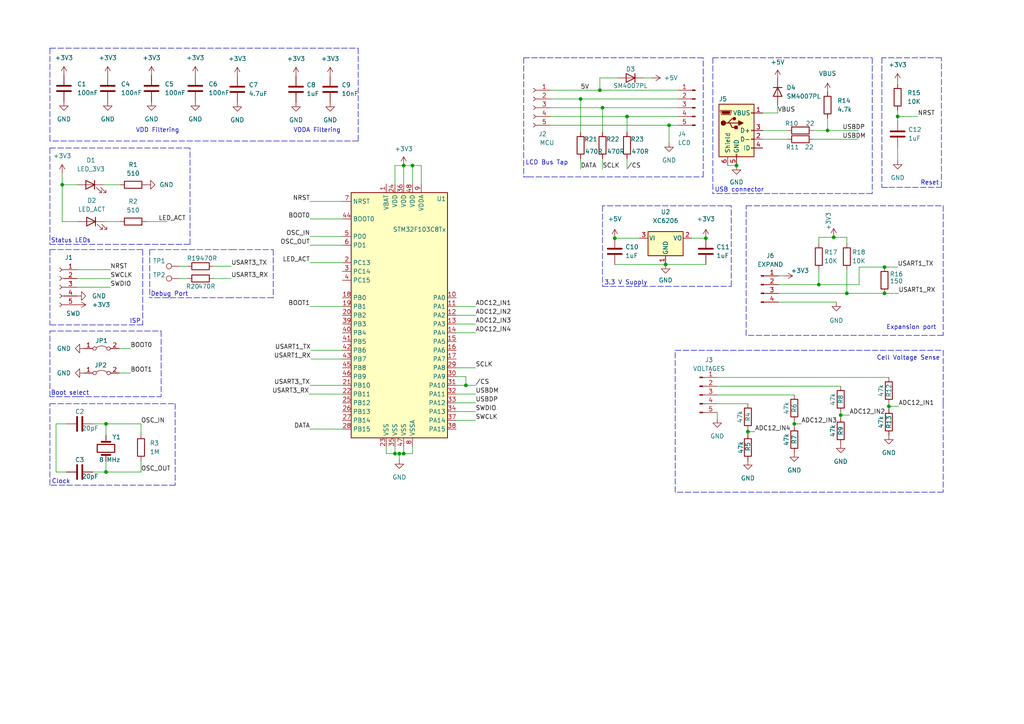
<source format=kicad_sch>
(kicad_sch (version 20210621) (generator eeschema)
  (paper "A4")
  (title_block (title "LII-500 Charger Sidekick ") (date "2021-07-26") (rev "3") (company "FSCK.PL") (comment 1 "SDKK-LII-500"))
  (junction (at 18.034 53.594) (diameter 0.9144))
  (junction (at 30.734 122.936) (diameter 0.9144))
  (junction (at 30.734 136.906) (diameter 0.9144))
  (junction (at 114.554 131.572) (diameter 0.9144))
  (junction (at 115.824 131.572) (diameter 0.9144))
  (junction (at 117.094 48.006) (diameter 0.9144))
  (junction (at 117.094 131.572) (diameter 0.9144))
  (junction (at 119.634 48.006) (diameter 0.9144))
  (junction (at 135.128 111.76) (diameter 0.9144))
  (junction (at 168.402 28.702) (diameter 0.9144))
  (junction (at 173.99 26.162) (diameter 0.9144))
  (junction (at 174.752 31.242) (diameter 0.9144))
  (junction (at 178.308 69.088) (diameter 0.9144))
  (junction (at 181.864 33.782) (diameter 0.9144))
  (junction (at 193.04 76.708) (diameter 0.9144))
  (junction (at 194.056 36.322) (diameter 0.9144))
  (junction (at 204.724 69.088) (diameter 0.9144))
  (junction (at 213.614 48.006) (diameter 0.9144))
  (junction (at 216.916 125.222) (diameter 0.9144))
  (junction (at 230.378 122.936) (diameter 0.9144))
  (junction (at 237.49 82.55) (diameter 0.9144))
  (junction (at 240.03 37.846) (diameter 0.9144))
  (junction (at 241.808 68.834) (diameter 0.9144))
  (junction (at 243.84 120.396) (diameter 0.9144))
  (junction (at 245.618 85.09) (diameter 0.9144))
  (junction (at 256.54 77.47) (diameter 0.9144))
  (junction (at 256.54 85.09) (diameter 0.9144))
  (junction (at 257.81 117.856) (diameter 0.9144))
  (junction (at 260.35 33.782) (diameter 0.9144))
  (wire (pts (xy 16.256 122.936) (xy 16.256 136.906)))
  (wire (pts (xy 16.256 122.936) (xy 19.304 122.936)))
  (wire (pts (xy 16.256 136.906) (xy 19.304 136.906)))
  (wire (pts (xy 18.034 53.594) (xy 18.034 50.292)))
  (wire (pts (xy 18.034 64.262) (xy 18.034 53.594)))
  (wire (pts (xy 22.352 53.594) (xy 18.034 53.594)))
  (wire (pts (xy 22.352 78.232) (xy 32.004 78.232)))
  (wire (pts (xy 22.352 80.772) (xy 32.004 80.772)))
  (wire (pts (xy 22.352 83.312) (xy 32.004 83.312)))
  (wire (pts (xy 22.606 64.262) (xy 18.034 64.262)))
  (wire (pts (xy 26.924 122.936) (xy 30.734 122.936)))
  (wire (pts (xy 26.924 136.906) (xy 30.734 136.906)))
  (wire (pts (xy 29.972 53.594) (xy 34.798 53.594)))
  (wire (pts (xy 30.226 64.262) (xy 34.798 64.262)))
  (wire (pts (xy 30.734 122.936) (xy 40.894 122.936)))
  (wire (pts (xy 30.734 126.238) (xy 30.734 122.936)))
  (wire (pts (xy 30.734 136.906) (xy 30.734 133.858)))
  (wire (pts (xy 30.734 136.906) (xy 40.894 136.906)))
  (wire (pts (xy 34.544 101.092) (xy 37.846 101.092)))
  (wire (pts (xy 34.544 108.204) (xy 37.846 108.204)))
  (wire (pts (xy 40.894 122.936) (xy 40.894 125.984)))
  (wire (pts (xy 40.894 136.906) (xy 40.894 133.604)))
  (wire (pts (xy 42.418 64.262) (xy 48.514 64.262)))
  (wire (pts (xy 52.324 77.216) (xy 54.356 77.216)))
  (wire (pts (xy 52.324 80.772) (xy 54.356 80.772)))
  (wire (pts (xy 61.976 77.216) (xy 67.056 77.216)))
  (wire (pts (xy 61.976 80.772) (xy 67.056 80.772)))
  (wire (pts (xy 89.662 114.3) (xy 99.314 114.3)))
  (wire (pts (xy 89.916 58.42) (xy 99.314 58.42)))
  (wire (pts (xy 89.916 63.5) (xy 99.314 63.5)))
  (wire (pts (xy 89.916 68.58) (xy 99.314 68.58)))
  (wire (pts (xy 89.916 71.12) (xy 99.314 71.12)))
  (wire (pts (xy 89.916 76.2) (xy 99.314 76.2)))
  (wire (pts (xy 89.916 88.9) (xy 99.314 88.9)))
  (wire (pts (xy 89.916 111.76) (xy 99.314 111.76)))
  (wire (pts (xy 89.916 124.46) (xy 99.314 124.46)))
  (wire (pts (xy 90.17 101.6) (xy 99.314 101.6)))
  (wire (pts (xy 90.17 104.14) (xy 99.314 104.14)))
  (wire (pts (xy 112.014 129.54) (xy 112.014 131.572)))
  (wire (pts (xy 112.014 131.572) (xy 114.554 131.572)))
  (wire (pts (xy 114.554 48.006) (xy 117.094 48.006)))
  (wire (pts (xy 114.554 53.34) (xy 114.554 48.006)))
  (wire (pts (xy 114.554 129.54) (xy 114.554 131.572)))
  (wire (pts (xy 114.554 131.572) (xy 115.824 131.572)))
  (wire (pts (xy 115.824 131.572) (xy 115.824 133.35)))
  (wire (pts (xy 117.094 48.006) (xy 117.094 53.34)))
  (wire (pts (xy 117.094 129.54) (xy 117.094 131.572)))
  (wire (pts (xy 117.094 131.572) (xy 115.824 131.572)))
  (wire (pts (xy 119.634 48.006) (xy 117.094 48.006)))
  (wire (pts (xy 119.634 53.34) (xy 119.634 48.006)))
  (wire (pts (xy 119.634 129.54) (xy 119.634 131.572)))
  (wire (pts (xy 119.634 131.572) (xy 117.094 131.572)))
  (wire (pts (xy 122.174 48.006) (xy 119.634 48.006)))
  (wire (pts (xy 122.174 53.34) (xy 122.174 48.006)))
  (wire (pts (xy 132.334 88.9) (xy 137.922 88.9)))
  (wire (pts (xy 132.334 91.44) (xy 137.922 91.44)))
  (wire (pts (xy 132.334 93.98) (xy 137.922 93.98)))
  (wire (pts (xy 132.334 96.52) (xy 137.922 96.52)))
  (wire (pts (xy 132.334 106.68) (xy 137.922 106.68)))
  (wire (pts (xy 132.334 109.22) (xy 135.128 109.22)))
  (wire (pts (xy 132.334 111.76) (xy 135.128 111.76)))
  (wire (pts (xy 132.334 114.3) (xy 137.922 114.3)))
  (wire (pts (xy 132.334 116.84) (xy 137.922 116.84)))
  (wire (pts (xy 132.334 119.38) (xy 137.922 119.38)))
  (wire (pts (xy 132.334 121.92) (xy 137.922 121.92)))
  (wire (pts (xy 135.128 109.22) (xy 135.128 111.76)))
  (wire (pts (xy 135.128 111.76) (xy 137.922 111.76)))
  (wire (pts (xy 159.766 26.162) (xy 173.99 26.162)))
  (wire (pts (xy 159.766 28.702) (xy 168.402 28.702)))
  (wire (pts (xy 159.766 31.242) (xy 174.752 31.242)))
  (wire (pts (xy 159.766 33.782) (xy 181.864 33.782)))
  (wire (pts (xy 159.766 36.322) (xy 194.056 36.322)))
  (wire (pts (xy 168.402 28.702) (xy 168.402 38.354)))
  (wire (pts (xy 168.402 28.702) (xy 196.596 28.702)))
  (wire (pts (xy 168.402 45.974) (xy 168.402 49.022)))
  (wire (pts (xy 173.99 22.606) (xy 173.99 26.162)))
  (wire (pts (xy 173.99 26.162) (xy 196.596 26.162)))
  (wire (pts (xy 174.752 31.242) (xy 174.752 38.354)))
  (wire (pts (xy 174.752 31.242) (xy 196.596 31.242)))
  (wire (pts (xy 174.752 45.974) (xy 174.752 49.022)))
  (wire (pts (xy 178.308 69.088) (xy 185.42 69.088)))
  (wire (pts (xy 178.308 76.708) (xy 193.04 76.708)))
  (wire (pts (xy 179.07 22.606) (xy 173.99 22.606)))
  (wire (pts (xy 181.864 33.782) (xy 181.864 38.354)))
  (wire (pts (xy 181.864 33.782) (xy 196.596 33.782)))
  (wire (pts (xy 181.864 45.974) (xy 181.864 49.022)))
  (wire (pts (xy 186.69 22.606) (xy 188.976 22.606)))
  (wire (pts (xy 193.04 76.708) (xy 204.724 76.708)))
  (wire (pts (xy 194.056 36.322) (xy 194.056 41.402)))
  (wire (pts (xy 194.056 36.322) (xy 196.596 36.322)))
  (wire (pts (xy 200.66 69.088) (xy 204.724 69.088)))
  (wire (pts (xy 208.026 109.474) (xy 257.81 109.474)))
  (wire (pts (xy 208.026 112.014) (xy 243.84 112.014)))
  (wire (pts (xy 208.026 114.554) (xy 230.378 114.554)))
  (wire (pts (xy 208.026 117.094) (xy 216.916 117.094)))
  (wire (pts (xy 208.026 121.412) (xy 208.026 119.634)))
  (wire (pts (xy 211.074 48.006) (xy 213.614 48.006)))
  (wire (pts (xy 216.916 124.714) (xy 216.916 125.222)))
  (wire (pts (xy 216.916 125.222) (xy 216.916 125.984)))
  (wire (pts (xy 216.916 125.222) (xy 218.948 125.222)))
  (wire (pts (xy 221.234 32.766) (xy 225.552 32.766)))
  (wire (pts (xy 221.234 37.846) (xy 228.346 37.846)))
  (wire (pts (xy 221.234 40.386) (xy 228.346 40.386)))
  (wire (pts (xy 225.552 32.766) (xy 225.552 30.48)))
  (wire (pts (xy 225.806 80.01) (xy 227.33 80.01)))
  (wire (pts (xy 225.806 85.09) (xy 245.618 85.09)))
  (wire (pts (xy 225.806 87.63) (xy 242.57 87.63)))
  (wire (pts (xy 230.378 122.174) (xy 230.378 122.936)))
  (wire (pts (xy 230.378 122.936) (xy 230.378 123.698)))
  (wire (pts (xy 230.378 122.936) (xy 232.41 122.936)))
  (wire (pts (xy 235.966 37.846) (xy 240.03 37.846)))
  (wire (pts (xy 235.966 40.386) (xy 248.92 40.386)))
  (wire (pts (xy 237.49 68.834) (xy 241.808 68.834)))
  (wire (pts (xy 237.49 70.612) (xy 237.49 68.834)))
  (wire (pts (xy 237.49 78.232) (xy 237.49 82.55)))
  (wire (pts (xy 237.49 82.55) (xy 225.806 82.55)))
  (wire (pts (xy 240.03 34.29) (xy 240.03 37.846)))
  (wire (pts (xy 240.03 37.846) (xy 248.92 37.846)))
  (wire (pts (xy 241.808 68.834) (xy 245.618 68.834)))
  (wire (pts (xy 243.84 119.634) (xy 243.84 120.396)))
  (wire (pts (xy 243.84 120.396) (xy 243.84 121.158)))
  (wire (pts (xy 243.84 120.396) (xy 246.38 120.396)))
  (wire (pts (xy 245.618 68.834) (xy 245.618 70.612)))
  (wire (pts (xy 245.618 78.232) (xy 245.618 85.09)))
  (wire (pts (xy 245.618 85.09) (xy 256.54 85.09)))
  (wire (pts (xy 249.174 77.47) (xy 249.174 82.55)))
  (wire (pts (xy 249.174 82.55) (xy 237.49 82.55)))
  (wire (pts (xy 256.54 77.47) (xy 249.174 77.47)))
  (wire (pts (xy 256.54 77.47) (xy 260.35 77.47)))
  (wire (pts (xy 256.54 85.09) (xy 260.604 85.09)))
  (wire (pts (xy 257.81 117.094) (xy 257.81 117.856)))
  (wire (pts (xy 257.81 117.856) (xy 257.81 118.618)))
  (wire (pts (xy 257.81 117.856) (xy 260.604 117.856)))
  (wire (pts (xy 260.35 24.384) (xy 260.35 23.876)))
  (wire (pts (xy 260.35 32.004) (xy 260.35 33.782)))
  (wire (pts (xy 260.35 33.782) (xy 260.35 35.052)))
  (wire (pts (xy 260.35 33.782) (xy 266.192 33.782)))
  (wire (pts (xy 260.35 42.672) (xy 260.35 46.482)))
  (polyline (pts (xy 14.478 13.97) (xy 14.478 40.894)) (stroke (width 0) (type dash)))
  (polyline (pts (xy 14.478 13.97) (xy 103.886 13.97)) (stroke (width 0) (type dash)))
  (polyline (pts (xy 14.478 42.926) (xy 14.478 70.866)) (stroke (width 0) (type dash)))
  (polyline (pts (xy 14.478 42.926) (xy 55.118 42.926)) (stroke (width 0) (type dash)))
  (polyline (pts (xy 14.478 70.866) (xy 55.118 70.866)) (stroke (width 0) (type dash)))
  (polyline (pts (xy 14.478 72.39) (xy 14.478 94.234)) (stroke (width 0) (type dash)))
  (polyline (pts (xy 14.478 72.39) (xy 41.402 72.39)) (stroke (width 0) (type dash)))
  (polyline (pts (xy 14.478 96.012) (xy 46.736 96.012)) (stroke (width 0) (type dash)))
  (polyline (pts (xy 14.478 115.062) (xy 14.478 96.012)) (stroke (width 0) (type dash)))
  (polyline (pts (xy 14.478 117.094) (xy 50.8 117.094)) (stroke (width 0) (type dash)))
  (polyline (pts (xy 14.478 140.716) (xy 14.478 117.094)) (stroke (width 0) (type dash)))
  (polyline (pts (xy 22.606 115.062) (xy 14.478 115.062)) (stroke (width 0) (type dash)))
  (polyline (pts (xy 22.606 115.062) (xy 46.736 115.062)) (stroke (width 0) (type dash)))
  (polyline (pts (xy 41.402 72.39) (xy 41.402 94.234)) (stroke (width 0) (type dash)))
  (polyline (pts (xy 41.402 94.234) (xy 14.478 94.234)) (stroke (width 0) (type dash)))
  (polyline (pts (xy 43.434 72.39) (xy 43.434 86.36)) (stroke (width 0) (type dash)))
  (polyline (pts (xy 43.434 72.39) (xy 67.056 72.39)) (stroke (width 0) (type dash)))
  (polyline (pts (xy 46.736 96.012) (xy 46.736 115.062)) (stroke (width 0) (type dash)))
  (polyline (pts (xy 50.8 117.094) (xy 50.8 140.716)) (stroke (width 0) (type dash)))
  (polyline (pts (xy 50.8 140.716) (xy 14.478 140.716)) (stroke (width 0) (type dash)))
  (polyline (pts (xy 55.118 70.866) (xy 55.118 42.926)) (stroke (width 0) (type dash)))
  (polyline (pts (xy 67.056 72.39) (xy 79.248 72.39)) (stroke (width 0) (type dash)))
  (polyline (pts (xy 67.056 86.36) (xy 43.434 86.36)) (stroke (width 0) (type dash)))
  (polyline (pts (xy 79.248 72.39) (xy 79.248 86.36)) (stroke (width 0) (type dash)))
  (polyline (pts (xy 79.248 86.36) (xy 67.056 86.36)) (stroke (width 0) (type dash)))
  (polyline (pts (xy 103.886 13.97) (xy 103.886 40.894)) (stroke (width 0) (type dash)))
  (polyline (pts (xy 103.886 40.894) (xy 14.478 40.894)) (stroke (width 0) (type dash)))
  (polyline (pts (xy 151.892 16.764) (xy 151.892 51.308)) (stroke (width 0) (type dash)))
  (polyline (pts (xy 151.892 16.764) (xy 162.56 16.764)) (stroke (width 0) (type dash)))
  (polyline (pts (xy 151.892 51.308) (xy 153.162 51.308)) (stroke (width 0) (type dash)))
  (polyline (pts (xy 153.162 51.308) (xy 203.962 51.308)) (stroke (width 0) (type dash)))
  (polyline (pts (xy 174.752 59.69) (xy 174.752 83.058)) (stroke (width 0) (type dash)))
  (polyline (pts (xy 174.752 83.058) (xy 193.04 83.058)) (stroke (width 0) (type dash)))
  (polyline (pts (xy 193.04 83.058) (xy 212.09 83.058)) (stroke (width 0) (type dash)))
  (polyline (pts (xy 195.834 101.6) (xy 273.558 101.6)) (stroke (width 0) (type dash)))
  (polyline (pts (xy 195.834 142.748) (xy 195.834 101.6)) (stroke (width 0) (type dash)))
  (polyline (pts (xy 203.962 16.764) (xy 162.306 16.764)) (stroke (width 0) (type dash)))
  (polyline (pts (xy 203.962 51.308) (xy 203.962 16.764)) (stroke (width 0) (type dash)))
  (polyline (pts (xy 206.756 16.764) (xy 206.756 56.134)) (stroke (width 0) (type dash)))
  (polyline (pts (xy 206.756 16.764) (xy 252.984 16.764)) (stroke (width 0) (type dash)))
  (polyline (pts (xy 212.09 59.69) (xy 174.752 59.69)) (stroke (width 0) (type dash)))
  (polyline (pts (xy 212.09 83.058) (xy 212.09 59.69)) (stroke (width 0) (type dash)))
  (polyline (pts (xy 216.408 59.69) (xy 273.558 59.69)) (stroke (width 0) (type dash)))
  (polyline (pts (xy 216.408 97.282) (xy 216.408 59.69)) (stroke (width 0) (type dash)))
  (polyline (pts (xy 252.984 16.764) (xy 252.984 56.134)) (stroke (width 0) (type dash)))
  (polyline (pts (xy 252.984 56.134) (xy 206.756 56.134)) (stroke (width 0) (type dash)))
  (polyline (pts (xy 255.778 16.764) (xy 255.778 54.356)) (stroke (width 0) (type dash)))
  (polyline (pts (xy 255.778 54.356) (xy 257.81 54.356)) (stroke (width 0) (type dash)))
  (polyline (pts (xy 257.81 54.356) (xy 273.05 54.356)) (stroke (width 0) (type dash)))
  (polyline (pts (xy 273.05 16.764) (xy 255.778 16.764)) (stroke (width 0) (type dash)))
  (polyline (pts (xy 273.05 54.356) (xy 273.05 16.764)) (stroke (width 0) (type dash)))
  (polyline (pts (xy 273.558 59.69) (xy 273.558 97.282)) (stroke (width 0) (type dash)))
  (polyline (pts (xy 273.558 97.282) (xy 216.408 97.282)) (stroke (width 0) (type dash)))
  (polyline (pts (xy 273.558 101.6) (xy 273.558 116.84)) (stroke (width 0) (type dash)))
  (polyline (pts (xy 273.558 116.84) (xy 273.558 142.748)) (stroke (width 0) (type dash)))
  (polyline (pts (xy 273.558 142.748) (xy 195.834 142.748)) (stroke (width 0) (type dash)))
  (text "Status LEDs" (at 14.732 70.612 0) (effects (font (size 1.27 1.27)) (justify left bottom)))
  (text "Boot select" (at 14.732 114.808 0) (effects (font (size 1.27 1.27)) (justify left bottom)))
  (text "Clock" (at 14.986 140.462 0) (effects (font (size 1.27 1.27)) (justify left bottom)))
  (text "ISP" (at 37.592 93.98 0) (effects (font (size 1.27 1.27)) (justify left bottom)))
  (text "VDD Filtering" (at 39.37 38.608 0) (effects (font (size 1.27 1.27)) (justify left bottom)))
  (text "Debug Port" (at 43.688 86.106 0) (effects (font (size 1.27 1.27)) (justify left bottom)))
  (text "VDDA Filtering" (at 85.09 38.608 0) (effects (font (size 1.27 1.27)) (justify left bottom)))
  (text "LCD Bus Tap" (at 152.4 48.006 0) (effects (font (size 1.27 1.27)) (justify left bottom)))
  (text "3.3 V Supply" (at 175.26 82.804 0) (effects (font (size 1.27 1.27)) (justify left bottom)))
  (text "USB connector" (at 207.264 55.88 0) (effects (font (size 1.27 1.27)) (justify left bottom)))
  (text "Cell Voltage Sense" (at 254.254 104.648 0) (effects (font (size 1.27 1.27)) (justify left bottom)))
  (text "Expansion port" (at 257.048 95.758 0) (effects (font (size 1.27 1.27)) (justify left bottom)))
  (text "Reset" (at 266.954 53.848 0) (effects (font (size 1.27 1.27)) (justify left bottom)))
  (label "NRST" (at 32.004 78.232 0))
  (label "SWCLK" (at 32.004 80.772 0))
  (label "SWDIO" (at 32.004 83.312 0))
  (label "BOOT0" (at 37.846 101.092 0))
  (label "BOOT1" (at 37.846 108.204 0))
  (label "OSC_IN" (at 40.894 122.936 0))
  (label "OSC_OUT" (at 40.894 136.906 0))
  (label "LED_ACT" (at 45.974 64.262 0))
  (label "USART3_TX" (at 67.056 77.216 0))
  (label "USART3_RX" (at 67.056 80.772 0))
  (label "USART3_RX" (at 89.662 114.3 180))
  (label "NRST" (at 89.916 58.42 180))
  (label "BOOT0" (at 89.916 63.5 180))
  (label "OSC_IN" (at 89.916 68.58 180))
  (label "OSC_OUT" (at 89.916 71.12 180))
  (label "LED_ACT" (at 89.916 76.2 180))
  (label "BOOT1" (at 89.916 88.9 180))
  (label "USART3_TX" (at 89.916 111.76 180))
  (label "DATA" (at 89.916 124.46 180))
  (label "USART1_TX" (at 90.17 101.6 180))
  (label "USART1_RX" (at 90.17 104.14 180))
  (label "ADC12_IN1" (at 137.922 88.9 0))
  (label "ADC12_IN2" (at 137.922 91.44 0))
  (label "ADC12_IN3" (at 137.922 93.98 0))
  (label "ADC12_IN4" (at 137.922 96.52 0))
  (label "SCLK" (at 137.922 106.68 0))
  (label "{slash}CS" (at 137.922 111.76 0))
  (label "USBDM" (at 137.922 114.3 0))
  (label "USBDP" (at 137.922 116.84 0))
  (label "SWDIO" (at 137.922 119.38 0))
  (label "SWCLK" (at 137.922 121.92 0))
  (label "5V" (at 168.402 26.162 0))
  (label "DATA" (at 168.402 49.022 0))
  (label "SCLK" (at 174.752 49.022 0))
  (label "{slash}CS" (at 181.864 49.022 0))
  (label "ADC12_IN4" (at 218.948 125.222 0))
  (label "VBUS" (at 225.552 32.766 0))
  (label "ADC12_IN3" (at 232.41 122.936 0))
  (label "USBDP" (at 244.348 37.846 0))
  (label "USBDM" (at 244.348 40.386 0))
  (label "ADC12_IN2" (at 246.38 120.396 0))
  (label "USART1_TX" (at 260.35 77.47 0))
  (label "USART1_RX" (at 260.604 85.09 0))
  (label "ADC12_IN1" (at 260.604 117.856 0))
  (label "NRST" (at 266.192 33.782 0))
  (symbol (lib_id "power:+3V3") (at 18.034 50.292 0) (unit 1)
    (property "Reference" "#PWR01" (effects hide))
    (property "Value" "+3V3" (at 18.034 45.212 0))
  )
  (symbol (lib_id "power:+3V3") (at 18.542 21.844 0) (unit 1)
    (property "Reference" "#PWR02" (effects hide))
    (property "Value" "+3V3" (at 18.542 16.764 0))
  )
  (symbol (lib_id "power:+3V3") (at 22.352 88.392 270) (unit 1)
    (property "Reference" "#PWR05" (effects hide))
    (property "Value" "+3V3" (at 26.67 88.3919 90) (effects (justify left)))
  )
  (symbol (lib_id "power:+3V3") (at 31.242 21.844 0) (unit 1)
    (property "Reference" "#PWR08" (effects hide))
    (property "Value" "+3V3" (at 31.242 16.764 0))
  )
  (symbol (lib_id "power:+3V3") (at 43.942 21.844 0) (unit 1)
    (property "Reference" "#PWR011" (effects hide))
    (property "Value" "+3V3" (at 43.942 16.764 0))
  )
  (symbol (lib_id "power:+3V3") (at 56.642 21.844 0) (unit 1)
    (property "Reference" "#PWR013" (effects hide))
    (property "Value" "+3V3" (at 56.642 16.764 0))
  )
  (symbol (lib_id "power:+3V3") (at 68.834 22.098 0) (unit 1)
    (property "Reference" "#PWR015" (effects hide))
    (property "Value" "+3V3" (at 68.834 17.018 0))
  )
  (symbol (lib_id "power:+3V3") (at 85.852 22.098 0) (unit 1)
    (property "Reference" "#PWR017" (effects hide))
    (property "Value" "+3V3" (at 85.852 17.018 0))
  )
  (symbol (lib_id "power:+3V3") (at 95.758 22.098 0) (unit 1)
    (property "Reference" "#PWR019" (effects hide))
    (property "Value" "+3V3" (at 95.758 17.018 0))
  )
  (symbol (lib_id "power:+3V3") (at 117.094 48.006 0) (unit 1)
    (property "Reference" "#PWR022" (effects hide))
    (property "Value" "+3V3" (at 117.094 43.18 0))
  )
  (symbol (lib_id "power:+5V") (at 178.308 69.088 0) (unit 1)
    (property "Reference" "#PWR025" (effects hide))
    (property "Value" "+5V" (at 178.308 63.5 0))
  )
  (symbol (lib_id "power:+5V") (at 188.976 22.606 270) (unit 1)
    (property "Reference" "#PWR029" (effects hide))
    (property "Value" "+5V" (at 192.532 22.6059 90) (effects (justify left)))
  )
  (symbol (lib_id "power:+3V3") (at 204.724 69.088 0) (unit 1)
    (property "Reference" "#PWR031" (effects hide))
    (property "Value" "+3V3" (at 204.724 63.5 0))
  )
  (symbol (lib_id "power:+5V") (at 225.552 22.86 0) (unit 1)
    (property "Reference" "#PWR039" (effects hide))
    (property "Value" "+5V" (at 225.552 18.034 0))
  )
  (symbol (lib_id "power:+3V3") (at 227.33 80.01 270) (unit 1)
    (property "Reference" "#PWR034" (effects hide))
    (property "Value" "+3V3" (at 229.362 78.4859 90) (effects (justify left)))
  )
  (symbol (lib_id "power:VBUS") (at 240.03 26.67 0) (unit 1)
    (property "Reference" "#PWR033" (effects hide))
    (property "Value" "VBUS" (at 240.03 21.336 0))
  )
  (symbol (lib_id "power:+3V3") (at 241.808 68.834 0) (unit 1)
    (property "Reference" "#PWR038" (effects hide))
    (property "Value" "+3V3" (at 240.2839 66.802 90) (effects (justify left)))
  )
  (symbol (lib_id "power:+3V3") (at 260.35 23.876 0) (unit 1)
    (property "Reference" "#PWR036" (effects hide))
    (property "Value" "+3V3" (at 260.35 18.796 0))
  )
  (symbol (lib_id "Connector:TestPoint") (at 52.324 77.216 90) (unit 1)
    (property "Reference" "TP1" (at 46.1645 75.692 90))
    (property "Value" "TestPoint" (effects hide))
    (property "Footprint" "TestPoint:TestPoint_THTPad_D1.5mm_Drill0.7mm" (effects hide))
  )
  (symbol (lib_id "Connector:TestPoint") (at 52.324 80.772 90) (unit 1)
    (property "Reference" "TP2" (at 46.1645 79.756 90))
    (property "Value" "TestPoint" (effects hide))
    (property "Footprint" "TestPoint:TestPoint_THTPad_D1.5mm_Drill0.7mm" (effects hide))
  )
  (symbol (lib_id "power:GND") (at 18.542 29.464 0) (unit 1)
    (property "Reference" "#PWR03" (effects hide))
    (property "Value" "GND" (at 18.542 34.544 0))
  )
  (symbol (lib_id "power:GND") (at 22.352 85.852 90) (unit 1)
    (property "Reference" "#PWR04" (effects hide))
    (property "Value" "GND" (at 26.67 85.8519 90) (effects (justify right)))
  )
  (symbol (lib_id "power:GND") (at 24.384 101.092 270) (unit 1)
    (property "Reference" "#PWR06" (effects hide))
    (property "Value" "GND" (at 20.574 101.0919 90) (effects (justify right)))
  )
  (symbol (lib_id "power:GND") (at 24.384 108.204 270) (unit 1)
    (property "Reference" "#PWR07" (effects hide))
    (property "Value" "GND" (at 20.574 108.2039 90) (effects (justify right)))
  )
  (symbol (lib_id "power:GND") (at 31.242 29.464 0) (unit 1)
    (property "Reference" "#PWR09" (effects hide))
    (property "Value" "GND" (at 31.242 34.544 0))
  )
  (symbol (lib_id "power:GND") (at 42.418 53.594 90) (unit 1)
    (property "Reference" "#PWR010" (effects hide))
    (property "Value" "GND" (at 46.228 53.5939 90) (effects (justify right)))
  )
  (symbol (lib_id "power:GND") (at 43.942 29.464 0) (unit 1)
    (property "Reference" "#PWR012" (effects hide))
    (property "Value" "GND" (at 43.942 34.544 0))
  )
  (symbol (lib_id "power:GND") (at 56.642 29.464 0) (unit 1)
    (property "Reference" "#PWR014" (effects hide))
    (property "Value" "GND" (at 56.642 34.544 0))
  )
  (symbol (lib_id "power:GND") (at 68.834 29.718 0) (unit 1)
    (property "Reference" "#PWR016" (effects hide))
    (property "Value" "GND" (at 68.834 34.798 0))
  )
  (symbol (lib_id "power:GND") (at 85.852 29.718 0) (unit 1)
    (property "Reference" "#PWR018" (effects hide))
    (property "Value" "GND" (at 85.852 34.798 0))
  )
  (symbol (lib_id "power:GND") (at 95.758 29.718 0) (unit 1)
    (property "Reference" "#PWR020" (effects hide))
    (property "Value" "GND" (at 95.758 34.798 0))
  )
  (symbol (lib_id "power:GND") (at 115.824 133.35 0) (unit 1)
    (property "Reference" "#PWR021" (effects hide))
    (property "Value" "GND" (at 115.824 138.43 0))
  )
  (symbol (lib_id "power:GND") (at 193.04 76.708 0) (unit 1)
    (property "Reference" "#PWR027" (effects hide))
    (property "Value" "GND" (at 193.04 81.28 0))
  )
  (symbol (lib_id "power:GND") (at 194.056 41.402 0) (unit 1)
    (property "Reference" "#PWR024" (effects hide))
    (property "Value" "GND" (at 194.056 46.482 0))
  )
  (symbol (lib_id "power:GND") (at 208.026 121.412 0) (unit 1)
    (property "Reference" "#PWR0101" (effects hide))
    (property "Value" "GND" (at 208.026 126.492 0))
  )
  (symbol (lib_id "power:GND") (at 213.614 48.006 0) (unit 1)
    (property "Reference" "#PWR030" (effects hide))
    (property "Value" "GND" (at 213.614 52.832 0))
  )
  (symbol (lib_id "power:GND") (at 216.916 133.604 0) (unit 1)
    (property "Reference" "#PWR023" (effects hide))
    (property "Value" "GND" (at 216.916 138.684 0))
  )
  (symbol (lib_id "power:GND") (at 230.378 131.318 0) (unit 1)
    (property "Reference" "#PWR026" (effects hide))
    (property "Value" "GND" (at 230.378 136.398 0))
  )
  (symbol (lib_id "power:GND") (at 242.57 87.63 0) (unit 1)
    (property "Reference" "#PWR035" (effects hide))
    (property "Value" "GND" (at 242.57 92.964 0))
  )
  (symbol (lib_id "power:GND") (at 243.84 128.778 0) (unit 1)
    (property "Reference" "#PWR028" (effects hide))
    (property "Value" "GND" (at 243.84 133.858 0))
  )
  (symbol (lib_id "power:GND") (at 257.81 126.238 0) (unit 1)
    (property "Reference" "#PWR032" (effects hide))
    (property "Value" "GND" (at 257.81 131.318 0))
  )
  (symbol (lib_id "power:GND") (at 260.35 46.482 0) (unit 1)
    (property "Reference" "#PWR037" (effects hide))
    (property "Value" "GND" (at 260.35 51.562 0))
  )
  (symbol (lib_id "Jumper:Jumper_2_Bridged") (at 29.464 101.092 0) (unit 1)
    (property "Reference" "JP1" (at 29.464 98.806 0))
    (property "Value" "Jumper_2_Bridged" (effects hide))
    (property "Footprint" "Jumper:SolderJumper-2_P1.3mm_Bridged_Pad1.0x1.5mm" (effects hide))
  )
  (symbol (lib_id "Jumper:Jumper_2_Bridged") (at 29.464 108.204 0) (unit 1)
    (property "Reference" "JP2" (at 29.21 105.918 0))
    (property "Value" "Jumper_2_Bridged" (effects hide))
    (property "Footprint" "Jumper:SolderJumper-2_P1.3mm_Bridged_Pad1.0x1.5mm" (effects hide))
  )
  (symbol (lib_id "Device:R") (at 38.608 53.594 90) (unit 1)
    (property "Reference" "R1" (at 38.608 47.752 90))
    (property "Value" "510" (at 38.608 50.292 90))
    (property "Footprint" "Resistor_SMD:R_0402_1005Metric" (effects hide))
    (property "Manufacturer" "UNI-ROYAL(Uniroyal Elec)" (effects hide))
    (property "MFR.Part #" "0402WGF5100TCE" (effects hide))
    (property "JLCPCB Part #" "C25123" (effects hide))
    (property "Description" "510Ω ±1% 1/16W ±100ppm/℃ 0402 Chip Resistor - Surface Mount RoHS" (effects hide))
  )
  (symbol (lib_id "Device:R") (at 38.608 64.262 90) (unit 1)
    (property "Reference" "R2" (at 38.608 58.42 90))
    (property "Value" "510" (at 38.608 60.96 90))
    (property "Footprint" "Resistor_SMD:R_0402_1005Metric" (effects hide))
    (property "Manufacturer" "UNI-ROYAL(Uniroyal Elec)" (effects hide))
    (property "MFR.Part #" "0402WGF5100TCE" (effects hide))
    (property "JLCPCB Part #" "C25123" (effects hide))
    (property "Description" "510Ω ±1% 1/16W ±100ppm/℃ 0402 Chip Resistor - Surface Mount RoHS" (effects hide))
  )
  (symbol (lib_id "Device:R") (at 40.894 129.794 0) (unit 1)
    (property "Reference" "R3" (at 43.434 128.5239 0) (effects (justify left)))
    (property "Value" "1M" (at 43.434 131.0639 0) (effects (justify left)))
    (property "Footprint" "Resistor_SMD:R_0402_1005Metric" (effects hide))
    (property "Manufacturer" "UNI-ROYAL(Uniroyal Elec)" (effects hide))
    (property "MFR.Part #" "0402WGF1004TCE" (effects hide))
    (property "JLCPCB Part #" "C26083" (effects hide))
    (property "Description" "1MΩ ±1% 1/16W ±100ppm/℃ 0402 Chip Resistor - Surface Mount RoHS" (effects hide))
  )
  (symbol (lib_id "Device:R") (at 58.166 77.216 90) (unit 1)
    (property "Reference" "R19" (at 56.134 74.93 90))
    (property "Value" "470R" (at 60.452 74.93 90))
    (property "Footprint" "Resistor_SMD:R_0402_1005Metric" (effects hide))
    (property "Datasheet" "https://datasheet.lcsc.com/lcsc/1810170414_UNI-ROYAL-Uniroyal-Elec-0402WGF4700TCE_C25117.pdf" (effects hide))
    (property "Manufacturer" "UNI-ROYAL(Uniroyal Elec)" (effects hide))
    (property "MFR.Part #" "0402WGF4700TCE" (effects hide))
    (property "JLCPCB Part #" "C25117" (effects hide))
    (property "Description" "470Ω ±1% 1/16W ±100ppm/℃ 0402 Chip Resistor - Surface Mount ROHS" (effects hide))
  )
  (symbol (lib_id "Device:R") (at 58.166 80.772 90) (unit 1)
    (property "Reference" "R20" (at 55.88 83.058 90))
    (property "Value" "470R" (at 59.944 83.058 90))
    (property "Footprint" "Resistor_SMD:R_0402_1005Metric" (effects hide))
    (property "Datasheet" "https://datasheet.lcsc.com/lcsc/1810170414_UNI-ROYAL-Uniroyal-Elec-0402WGF4700TCE_C25117.pdf" (effects hide))
    (property "Manufacturer" "UNI-ROYAL(Uniroyal Elec)" (effects hide))
    (property "MFR.Part #" "0402WGF4700TCE" (effects hide))
    (property "JLCPCB Part #" "C25117" (effects hide))
    (property "Description" "470Ω ±1% 1/16W ±100ppm/℃ 0402 Chip Resistor - Surface Mount ROHS" (effects hide))
  )
  (symbol (lib_id "Device:R") (at 168.402 42.164 0) (unit 1)
    (property "Reference" "R21" (at 169.418 40.3859 0) (effects (justify left)))
    (property "Value" "470R" (at 169.672 43.9419 0) (effects (justify left)))
    (property "Footprint" "Resistor_SMD:R_0402_1005Metric" (effects hide))
    (property "Datasheet" "https://datasheet.lcsc.com/lcsc/1810170414_UNI-ROYAL-Uniroyal-Elec-0402WGF4700TCE_C25117.pdf" (effects hide))
    (property "Manufacturer" "UNI-ROYAL(Uniroyal Elec)" (effects hide))
    (property "MFR.Part #" "0402WGF4700TCE" (effects hide))
    (property "JLCPCB Part #" "C25117" (effects hide))
    (property "Description" "470Ω ±1% 1/16W ±100ppm/℃ 0402 Chip Resistor - Surface Mount ROHS" (effects hide))
  )
  (symbol (lib_id "Device:R") (at 174.752 42.164 0) (unit 1)
    (property "Reference" "R22" (at 175.768 40.3859 0) (effects (justify left)))
    (property "Value" "470R" (at 176.022 43.9419 0) (effects (justify left)))
    (property "Footprint" "Resistor_SMD:R_0402_1005Metric" (effects hide))
    (property "Datasheet" "https://datasheet.lcsc.com/lcsc/1810170414_UNI-ROYAL-Uniroyal-Elec-0402WGF4700TCE_C25117.pdf" (effects hide))
    (property "Manufacturer" "UNI-ROYAL(Uniroyal Elec)" (effects hide))
    (property "MFR.Part #" "0402WGF4700TCE" (effects hide))
    (property "JLCPCB Part #" "C25117" (effects hide))
    (property "Description" "470Ω ±1% 1/16W ±100ppm/℃ 0402 Chip Resistor - Surface Mount ROHS" (effects hide))
  )
  (symbol (lib_id "Device:R") (at 181.864 42.164 0) (unit 1)
    (property "Reference" "R23" (at 182.88 40.3859 0) (effects (justify left)))
    (property "Value" "470R" (at 183.134 43.9419 0) (effects (justify left)))
    (property "Footprint" "Resistor_SMD:R_0402_1005Metric" (effects hide))
    (property "Datasheet" "https://datasheet.lcsc.com/lcsc/1810170414_UNI-ROYAL-Uniroyal-Elec-0402WGF4700TCE_C25117.pdf" (effects hide))
    (property "Manufacturer" "UNI-ROYAL(Uniroyal Elec)" (effects hide))
    (property "MFR.Part #" "0402WGF4700TCE" (effects hide))
    (property "JLCPCB Part #" "C25117" (effects hide))
    (property "Description" "470Ω ±1% 1/16W ±100ppm/℃ 0402 Chip Resistor - Surface Mount ROHS" (effects hide))
  )
  (symbol (lib_id "Device:R") (at 216.916 120.904 0) (unit 1)
    (property "Reference" "R4" (at 216.916 120.904 90))
    (property "Value" "47k" (at 214.63 120.904 90))
    (property "Footprint" "Resistor_SMD:R_0402_1005Metric" (effects hide))
    (property "Manufacturer" "UNI-ROYAL(Uniroyal Elec)" (effects hide))
    (property "MFR.Part #" "0402WGF4702TCE" (effects hide))
    (property "JLCPCB Part #" "C25792" (effects hide))
    (property "Description" "47kΩ ±1% 1/16W ±100ppm/℃ 0402 Chip Resistor - Surface Mount RoHS" (effects hide))
  )
  (symbol (lib_id "Device:R") (at 216.916 129.794 0) (unit 1)
    (property "Reference" "R5" (at 216.916 129.54 90))
    (property "Value" "47k" (at 214.884 129.794 90))
    (property "Footprint" "Resistor_SMD:R_0402_1005Metric" (effects hide))
    (property "Manufacturer" "UNI-ROYAL(Uniroyal Elec)" (effects hide))
    (property "MFR.Part #" "0402WGF4702TCE" (effects hide))
    (property "JLCPCB Part #" "C25792" (effects hide))
    (property "Description" "47kΩ ±1% 1/16W ±100ppm/℃ 0402 Chip Resistor - Surface Mount RoHS" (effects hide))
  )
  (symbol (lib_id "Device:R") (at 230.378 118.364 0) (unit 1)
    (property "Reference" "R6" (at 230.378 118.364 90))
    (property "Value" "47k" (at 228.092 118.364 90))
    (property "Footprint" "Resistor_SMD:R_0402_1005Metric" (effects hide))
    (property "Manufacturer" "UNI-ROYAL(Uniroyal Elec)" (effects hide))
    (property "MFR.Part #" "0402WGF4702TCE" (effects hide))
    (property "JLCPCB Part #" "C25792" (effects hide))
    (property "Description" "47kΩ ±1% 1/16W ±100ppm/℃ 0402 Chip Resistor - Surface Mount RoHS" (effects hide))
  )
  (symbol (lib_id "Device:R") (at 230.378 127.508 0) (unit 1)
    (property "Reference" "R7" (at 230.378 127.508 90))
    (property "Value" "47k" (at 228.092 127.508 90))
    (property "Footprint" "Resistor_SMD:R_0402_1005Metric" (effects hide))
    (property "Manufacturer" "UNI-ROYAL(Uniroyal Elec)" (effects hide))
    (property "MFR.Part #" "0402WGF4702TCE" (effects hide))
    (property "JLCPCB Part #" "C25792" (effects hide))
    (property "Description" "47kΩ ±1% 1/16W ±100ppm/℃ 0402 Chip Resistor - Surface Mount RoHS" (effects hide))
  )
  (symbol (lib_id "Device:R") (at 232.156 37.846 90) (unit 1)
    (property "Reference" "R10" (at 229.616 35.814 90))
    (property "Value" "22" (at 234.95 35.814 90))
    (property "Footprint" "Resistor_SMD:R_0402_1005Metric" (effects hide))
    (property "Manufacturer" "UNI-ROYAL(Uniroyal Elec)" (effects hide))
    (property "MFR.Part #" "0402WGF220JTCE" (effects hide))
    (property "JLCPCB Part #" "C25092" (effects hide))
    (property "Description" "22Ω ±1% 1/16W ±200ppm/℃ 0402 Chip Resistor - Surface Mount RoHS" (effects hide))
  )
  (symbol (lib_id "Device:R") (at 232.156 40.386 90) (unit 1)
    (property "Reference" "R11" (at 229.87 42.672 90))
    (property "Value" "22" (at 234.696 42.672 90))
    (property "Footprint" "Resistor_SMD:R_0402_1005Metric" (effects hide))
    (property "Manufacturer" "UNI-ROYAL(Uniroyal Elec)" (effects hide))
    (property "MFR.Part #" "0402WGF220JTCE" (effects hide))
    (property "JLCPCB Part #" "C25092" (effects hide))
    (property "Description" "22Ω ±1% 1/16W ±200ppm/℃ 0402 Chip Resistor - Surface Mount RoHS" (effects hide))
  )
  (symbol (lib_id "Device:R") (at 237.49 74.422 0) (unit 1)
    (property "Reference" "R17" (at 239.014 73.1519 0) (effects (justify left)))
    (property "Value" "10K" (at 239.014 75.6919 0) (effects (justify left)))
    (property "Footprint" "Resistor_SMD:R_0402_1005Metric" (effects hide))
    (property "Manufacturer" "UNI-ROYAL(Uniroyal Elec)" (effects hide))
    (property "MFR.Part #" "0402WGF1002TCE" (effects hide))
    (property "JLCPCB Part #" "C25744" (effects hide))
    (property "Description" "10kΩ ±1% 1/16W ±100ppm/℃ 0402 Chip Resistor - Surface Mount RoHS" (effects hide))
  )
  (symbol (lib_id "Device:R") (at 240.03 30.48 0) (unit 1)
    (property "Reference" "R14" (at 242.824 29.2099 0) (effects (justify left)))
    (property "Value" "4.7k" (at 242.824 31.7499 0) (effects (justify left)))
    (property "Footprint" "Resistor_SMD:R_0402_1005Metric" (effects hide))
    (property "Manufacturer" "UNI-ROYAL(Uniroyal Elec)" (effects hide))
    (property "MFR.Part #" "0402WGF4701TCE" (effects hide))
    (property "JLCPCB Part #" "C25900" (effects hide))
    (property "Description" "Chip Resistor - Surface Mount 4.7KOhms ±1% 1/16W 0402 RoHS" (effects hide))
  )
  (symbol (lib_id "Device:R") (at 243.84 115.824 0) (unit 1)
    (property "Reference" "R8" (at 243.84 115.824 90))
    (property "Value" "47k" (at 241.554 115.824 90))
    (property "Footprint" "Resistor_SMD:R_0402_1005Metric" (effects hide))
    (property "Manufacturer" "UNI-ROYAL(Uniroyal Elec)" (effects hide))
    (property "MFR.Part #" "0402WGF4702TCE" (effects hide))
    (property "JLCPCB Part #" "C25792" (effects hide))
    (property "Description" "47kΩ ±1% 1/16W ±100ppm/℃ 0402 Chip Resistor - Surface Mount RoHS" (effects hide))
  )
  (symbol (lib_id "Device:R") (at 243.84 124.968 0) (unit 1)
    (property "Reference" "R9" (at 243.84 124.968 90))
    (property "Value" "47k" (at 241.554 124.968 90))
    (property "Footprint" "Resistor_SMD:R_0402_1005Metric" (effects hide))
    (property "Manufacturer" "UNI-ROYAL(Uniroyal Elec)" (effects hide))
    (property "MFR.Part #" "0402WGF4702TCE" (effects hide))
    (property "JLCPCB Part #" "C25792" (effects hide))
    (property "Description" "47kΩ ±1% 1/16W ±100ppm/℃ 0402 Chip Resistor - Surface Mount RoHS" (effects hide))
  )
  (symbol (lib_id "Device:R") (at 245.618 74.422 0) (unit 1)
    (property "Reference" "R18" (at 247.142 73.1519 0) (effects (justify left)))
    (property "Value" "10K" (at 247.142 75.6919 0) (effects (justify left)))
    (property "Footprint" "Resistor_SMD:R_0402_1005Metric" (effects hide))
    (property "Manufacturer" "UNI-ROYAL(Uniroyal Elec)" (effects hide))
    (property "MFR.Part #" "0402WGF1002TCE" (effects hide))
    (property "JLCPCB Part #" "C25744" (effects hide))
    (property "Description" "10kΩ ±1% 1/16W ±100ppm/℃ 0402 Chip Resistor - Surface Mount RoHS" (effects hide))
  )
  (symbol (lib_id "Device:R") (at 256.54 81.28 0) (unit 1)
    (property "Reference" "R16" (at 258.064 79.5019 0) (effects (justify left)))
    (property "Value" "150" (at 258.064 81.5339 0) (effects (justify left)))
    (property "Footprint" "Resistor_SMD:R_0402_1005Metric" (effects hide))
    (property "Manufacturer" "UNI-ROYAL(Uniroyal Elec)" (effects hide))
    (property "MFR.Part #" "0402WGF1500TCE" (effects hide))
    (property "JLCPCB Part #" "C25082" (effects hide))
    (property "Description" "Chip Resistor - Surface Mount 150Ohms ±1% 1/16W 0402 RoHS" (effects hide))
  )
  (symbol (lib_id "Device:R") (at 257.81 113.284 0) (unit 1)
    (property "Reference" "R12" (at 257.81 113.284 90))
    (property "Value" "47k" (at 255.524 113.284 90))
    (property "Footprint" "Resistor_SMD:R_0402_1005Metric" (effects hide))
    (property "Manufacturer" "UNI-ROYAL(Uniroyal Elec)" (effects hide))
    (property "MFR.Part #" "0402WGF4702TCE" (effects hide))
    (property "JLCPCB Part #" "C25792" (effects hide))
    (property "Description" "47kΩ ±1% 1/16W ±100ppm/℃ 0402 Chip Resistor - Surface Mount RoHS" (effects hide))
  )
  (symbol (lib_id "Device:R") (at 257.81 122.428 0) (unit 1)
    (property "Reference" "R13" (at 257.81 122.428 90))
    (property "Value" "47k" (at 255.524 122.428 90))
    (property "Footprint" "Resistor_SMD:R_0402_1005Metric" (effects hide))
    (property "Manufacturer" "UNI-ROYAL(Uniroyal Elec)" (effects hide))
    (property "MFR.Part #" "0402WGF4702TCE" (effects hide))
    (property "JLCPCB Part #" "C25792" (effects hide))
    (property "Description" "47kΩ ±1% 1/16W ±100ppm/℃ 0402 Chip Resistor - Surface Mount RoHS" (effects hide))
  )
  (symbol (lib_id "Device:R") (at 260.35 28.194 0) (unit 1)
    (property "Reference" "R15" (at 263.144 26.9239 0) (effects (justify left)))
    (property "Value" "10K" (at 263.144 29.4639 0) (effects (justify left)))
    (property "Footprint" "Resistor_SMD:R_0402_1005Metric" (effects hide))
    (property "Manufacturer" "UNI-ROYAL(Uniroyal Elec)" (effects hide))
    (property "MFR.Part #" "0402WGF1002TCE" (effects hide))
    (property "JLCPCB Part #" "C25744" (effects hide))
    (property "Description" "10kΩ ±1% 1/16W ±100ppm/℃ 0402 Chip Resistor - Surface Mount RoHS" (effects hide))
  )
  (symbol (lib_id "Device:D") (at 182.88 22.606 180) (unit 1)
    (property "Reference" "D3" (at 182.88 20.066 0))
    (property "Value" "SM4007PL" (at 182.88 24.892 0))
    (property "Footprint" "Diode_SMD:D_SOD-123" (effects hide))
    (property "Datasheet" "https://datasheet.lcsc.com/lcsc/1809301215_MDD%EF%BC%88Microdiode-Electronics%EF%BC%89-SM4007PL_C64898.pdf" (effects hide))
    (property "Manufacturer" "MDD（Microdiode Electronics）" (effects hide))
    (property "MFR.Part #" "SM4007PL" (effects hide))
    (property "JLCPCB Part #" "C64898" (effects hide))
    (property "Description" "1.1V 1A 10uA 1kV 1kV - 1A SOD-123FL Diodes - General Purpose ROHS" (effects hide))
  )
  (symbol (lib_id "Device:D") (at 225.552 26.67 270) (unit 1)
    (property "Reference" "D4" (at 228.092 25.3999 90) (effects (justify left)))
    (property "Value" "SM4007PL" (at 228.092 27.9399 90) (effects (justify left)))
    (property "Footprint" "Diode_SMD:D_SOD-123" (effects hide))
    (property "Datasheet" "https://datasheet.lcsc.com/lcsc/1809301215_MDD%EF%BC%88Microdiode-Electronics%EF%BC%89-SM4007PL_C64898.pdf" (effects hide))
    (property "Manufacturer" "MDD（Microdiode Electronics）" (effects hide))
    (property "MFR.Part #" "SM4007PL" (effects hide))
    (property "JLCPCB Part #" "C64898" (effects hide))
    (property "Description" "1.1V 1A 10uA 1kV 1kV - 1A SOD-123FL Diodes - General Purpose ROHS" (effects hide))
  )
  (symbol (lib_id "Device:LED") (at 26.162 53.594 0) (mirror y) (unit 1)
    (property "Reference" "D1" (at 26.3525 46.482 0))
    (property "Value" "LED_3V3" (at 26.3525 49.022 0))
    (property "Footprint" "LED_SMD:LED_0603_1608Metric" (effects hide))
    (property "Manufacturer" "Everlight Elec" (effects hide))
    (property "MFR.Part #" "19-217/GHC-YR1S2/3T" (effects hide))
    (property "JLCPCB Part #" "C72043" (effects hide))
    (property "Description" "Green 520~535nm 0603 Light Emitting Diodes (LED) RoHS" (effects hide))
  )
  (symbol (lib_id "Device:LED") (at 26.416 64.262 0) (mirror y) (unit 1)
    (property "Reference" "D2" (at 26.6065 58.166 0))
    (property "Value" "LED_ACT" (at 26.6065 60.706 0))
    (property "Footprint" "LED_SMD:LED_0603_1608Metric" (effects hide))
    (property "Manufacturer" "Hubei KENTO Elec" (effects hide))
    (property "MFR.Part #" "KT-0603R" (effects hide))
    (property "JLCPCB Part #" "C2286" (effects hide))
    (property "Description" "Red 615~630nm 1.9~2.2V 0603 Light Emitting Diodes (LED) RoHS" (effects hide))
  )
  (symbol (lib_id "Device:C") (at 18.542 25.654 0) (unit 1)
    (property "Reference" "C1" (at 22.352 24.3839 0) (effects (justify left)))
    (property "Value" "100nF" (at 22.352 26.9239 0) (effects (justify left)))
    (property "Footprint" "Capacitor_SMD:C_0402_1005Metric" (effects hide))
    (property "Manufacturer" "Samsung Electro-Mechanics" (effects hide))
    (property "MFR.Part #" "CL05B104KO5NNNC" (effects hide))
    (property "JLCPCB Part #" "C1525" (effects hide))
    (property "Description" "100nF ±10% 16V X7R 0402 Multilayer Ceramic Capacitors MLCC - SMD/SMT RoHS" (effects hide))
  )
  (symbol (lib_id "Device:C") (at 23.114 122.936 90) (unit 1)
    (property "Reference" "C2" (at 23.114 119.38 90))
    (property "Value" "20pF" (at 26.162 124.206 90))
    (property "Footprint" "Capacitor_SMD:C_0402_1005Metric" (effects hide))
    (property "Manufacturer" "FH(Guangdong Fenghua Advanced Tech)" (effects hide))
    (property "MFR.Part #" "0402CG200J500NT" (effects hide))
    (property "JLCPCB Part #" "C1554" (effects hide))
    (property "Description" "20pF ±5% 50V C0G 0402 Multilayer Ceramic Capacitors MLCC - SMD/SMT RoHS" (effects hide))
  )
  (symbol (lib_id "Device:C") (at 23.114 136.906 90) (unit 1)
    (property "Reference" "C3" (at 23.114 133.35 90))
    (property "Value" "20pF" (at 26.162 138.176 90))
    (property "Footprint" "Capacitor_SMD:C_0402_1005Metric" (effects hide))
    (property "Manufacturer" "FH(Guangdong Fenghua Advanced Tech)" (effects hide))
    (property "MFR.Part #" "0402CG200J500NT" (effects hide))
    (property "JLCPCB Part #" "C1554" (effects hide))
    (property "Description" "20pF ±5% 50V C0G 0402 Multilayer Ceramic Capacitors MLCC - SMD/SMT RoHS" (effects hide))
  )
  (symbol (lib_id "Device:C") (at 31.242 25.654 0) (unit 1)
    (property "Reference" "C4" (at 35.052 24.3839 0) (effects (justify left)))
    (property "Value" "100nF" (at 35.052 26.9239 0) (effects (justify left)))
    (property "Footprint" "Capacitor_SMD:C_0402_1005Metric" (effects hide))
    (property "Description" "100nF ±10% 16V X7R 0402 Multilayer Ceramic Capacitors MLCC - SMD/SMT RoHS" (effects hide))
    (property "JLCPCB Part #" "C1525" (effects hide))
    (property "MFR.Part #" "CL05B104KO5NNNC" (effects hide))
    (property "Manufacturer" "Samsung Electro-Mechanics" (effects hide))
  )
  (symbol (lib_id "Device:C") (at 43.942 25.654 0) (unit 1)
    (property "Reference" "C5" (at 47.752 24.3839 0) (effects (justify left)))
    (property "Value" "100nF" (at 47.752 26.9239 0) (effects (justify left)))
    (property "Footprint" "Capacitor_SMD:C_0402_1005Metric" (effects hide))
    (property "Description" "100nF ±10% 16V X7R 0402 Multilayer Ceramic Capacitors MLCC - SMD/SMT RoHS" (effects hide))
    (property "JLCPCB Part #" "C1525" (effects hide))
    (property "MFR.Part #" "CL05B104KO5NNNC" (effects hide))
    (property "Manufacturer" "Samsung Electro-Mechanics" (effects hide))
  )
  (symbol (lib_id "Device:C") (at 56.642 25.654 0) (unit 1)
    (property "Reference" "C6" (at 60.452 24.3839 0) (effects (justify left)))
    (property "Value" "100nF" (at 60.452 26.9239 0) (effects (justify left)))
    (property "Footprint" "Capacitor_SMD:C_0402_1005Metric" (effects hide))
    (property "Description" "100nF ±10% 16V X7R 0402 Multilayer Ceramic Capacitors MLCC - SMD/SMT RoHS" (effects hide))
    (property "JLCPCB Part #" "C1525" (effects hide))
    (property "MFR.Part #" "CL05B104KO5NNNC" (effects hide))
    (property "Manufacturer" "Samsung Electro-Mechanics" (effects hide))
  )
  (symbol (lib_id "Device:C") (at 68.834 25.908 0) (unit 1)
    (property "Reference" "C7" (at 72.136 24.6379 0) (effects (justify left)))
    (property "Value" "4.7uF" (at 72.136 27.1779 0) (effects (justify left)))
    (property "Footprint" "Capacitor_SMD:C_0805_2012Metric" (effects hide))
    (property "Manufacturer" "Samsung Electro-Mechanics" (effects hide))
    (property "MFR.Part #" "CL21A475KAQNNNE" (effects hide))
    (property "JLCPCB Part #" "C1779" (effects hide))
    (property "Description" "4.7uF ±10% 25V X5R 0805 Multilayer Ceramic Capacitors MLCC - SMD/SMT RoHS" (effects hide))
  )
  (symbol (lib_id "Device:C") (at 85.852 25.908 0) (unit 1)
    (property "Reference" "C8" (at 88.9 24.6379 0) (effects (justify left)))
    (property "Value" "1uF" (at 88.9 27.1779 0) (effects (justify left)))
    (property "Footprint" "Capacitor_SMD:C_0402_1005Metric" (effects hide))
    (property "Manufacturer" "Samsung Electro-Mechanics" (effects hide))
    (property "MFR.Part #" "CL05A105KA5NQNC" (effects hide))
    (property "JLCPCB Part #" "C52923" (effects hide))
    (property "Description" "1uF ±10% 25V X5R 0402 Multilayer Ceramic Capacitors MLCC - SMD/SMT RoHS" (effects hide))
  )
  (symbol (lib_id "Device:C") (at 95.758 25.908 0) (unit 1)
    (property "Reference" "C9" (at 99.06 24.6379 0) (effects (justify left)))
    (property "Value" "10nF" (at 99.06 27.1779 0) (effects (justify left)))
    (property "Footprint" "Capacitor_SMD:C_0402_1005Metric" (effects hide))
    (property "Manufacturer" "Samsung Electro-Mechanics" (effects hide))
    (property "MFR.Part #" "CL05B103KB5NNNC" (effects hide))
    (property "JLCPCB Part #" "C15195" (effects hide))
    (property "Description" "Multilayer Ceramic Capacitors MLCC - SMD/SMT 10nF 50V 0402 RoHS" (effects hide))
  )
  (symbol (lib_id "Device:C") (at 178.308 72.898 0) (unit 1)
    (property "Reference" "C10" (at 181.356 71.6279 0) (effects (justify left)))
    (property "Value" "1uF" (at 181.356 74.1679 0) (effects (justify left)))
    (property "Footprint" "Capacitor_SMD:C_0402_1005Metric" (effects hide))
    (property "Manufacturer" "Samsung Electro-Mechanics" (effects hide))
    (property "MFR.Part #" "CL05A105KA5NQNC" (effects hide))
    (property "JLCPCB Part #" "C52923" (effects hide))
    (property "Description" "1uF ±10% 25V X5R 0402 Multilayer Ceramic Capacitors MLCC - SMD/SMT RoHS" (effects hide))
  )
  (symbol (lib_id "Device:C") (at 204.724 72.898 0) (unit 1)
    (property "Reference" "C11" (at 207.772 71.6279 0) (effects (justify left)))
    (property "Value" "1uF" (at 207.772 74.1679 0) (effects (justify left)))
    (property "Footprint" "Capacitor_SMD:C_0402_1005Metric" (effects hide))
    (property "Manufacturer" "Samsung Electro-Mechanics" (effects hide))
    (property "MFR.Part #" "CL05A105KA5NQNC" (effects hide))
    (property "JLCPCB Part #" "C52923" (effects hide))
    (property "Description" "1uF ±10% 25V X5R 0402 Multilayer Ceramic Capacitors MLCC - SMD/SMT RoHS" (effects hide))
  )
  (symbol (lib_id "Device:C") (at 260.35 38.862 0) (unit 1)
    (property "Reference" "C12" (at 263.398 37.5919 0) (effects (justify left)))
    (property "Value" "1uF" (at 263.398 40.1319 0) (effects (justify left)))
    (property "Footprint" "Capacitor_SMD:C_0402_1005Metric" (effects hide))
    (property "Manufacturer" "Samsung Electro-Mechanics" (effects hide))
    (property "MFR.Part #" "CL05A105KA5NQNC" (effects hide))
    (property "JLCPCB Part #" "C52923" (effects hide))
    (property "Description" "1uF ±10% 25V X5R 0402 Multilayer Ceramic Capacitors MLCC - SMD/SMT RoHS" (effects hide))
  )
  (symbol (lib_id "Device:Crystal") (at 30.734 130.048 270) (unit 1)
    (property "Reference" "Y1" (at 32.512 126.7459 90) (effects (justify left)))
    (property "Value" "8 MHz" (at 28.702 133.3499 90) (effects (justify left)))
    (property "Footprint" "Crystal:Crystal_SMD_5032-2Pin_5.0x3.2mm" (effects hide))
    (property "Datasheet" "https://datasheet.lcsc.com/szlcsc/1903061615_Yangxing-Tech-X50328MSB2GI_C115962.pdf" (effects hide))
    (property "Manufacturer" "Yangxing Tech" (effects hide))
    (property "MFR.Part #" "X50328MSB2GI" (effects hide))
    (property "JLCPCB Part #" "C115962" (effects hide))
    (property "Description" "SMD Crystal Resonators 8MHz ±10ppm SMD-5032_2P RoHS" (effects hide))
  )
  (symbol (lib_id "Connector:Conn_01x04_Male") (at 220.726 82.55 0) (unit 1)
    (property "Reference" "J6" (at 223.4184 74.168 0))
    (property "Value" "EXPAND" (at 223.4184 76.708 0))
    (property "Footprint" "Connector_PinHeader_2.54mm:PinHeader_1x04_P2.54mm_Horizontal" (effects hide))
  )
  (symbol (lib_id "Connector:Conn_01x05_Male") (at 201.676 31.242 0) (mirror y) (unit 1)
    (property "Reference" "J4" (at 196.596 38.8619 0) (effects (justify right)))
    (property "Value" "LCD" (at 196.596 41.4019 0) (effects (justify right)))
    (property "Footprint" "Connector_PinHeader_2.54mm:PinHeader_1x05_P2.54mm_Horizontal" (effects hide))
  )
  (symbol (lib_id "Connector:Conn_01x05_Male") (at 202.946 114.554 0) (unit 1)
    (property "Reference" "J3" (at 205.6384 104.394 0))
    (property "Value" "VOLTAGES" (at 205.6384 106.934 0))
    (property "Footprint" "Connector_PinHeader_2.54mm:PinHeader_1x05_P2.54mm_Horizontal" (effects hide))
  )
  (symbol (lib_id "Connector:Conn_01x05_Female") (at 17.272 83.312 0) (mirror y) (unit 1)
    (property "Reference" "J1" (at 19.9644 74.676 0))
    (property "Value" "SWD" (at 21.2344 90.932 0))
    (property "Footprint" "Connector_PinHeader_2.54mm:PinHeader_1x05_P2.54mm_Vertical" (effects hide))
  )
  (symbol (lib_id "Connector:Conn_01x05_Female") (at 154.686 31.242 0) (mirror y) (unit 1)
    (property "Reference" "J2" (at 157.3784 38.862 0))
    (property "Value" "MCU" (at 158.6484 41.402 0))
    (property "Footprint" "Connector_PinHeader_2.54mm:PinHeader_1x05_P2.54mm_Horizontal" (effects hide))
  )
  (symbol (lib_id "Regulator_Linear:XC6206PxxxMR") (at 193.04 69.088 0) (unit 1)
    (property "Reference" "U2" (at 193.04 61.468 0))
    (property "Value" "XC6206" (at 193.04 64.008 0))
    (property "Footprint" "Package_TO_SOT_SMD:SOT-23" (effects hide))
    (property "Datasheet" "https://www.torexsemi.com/file/xc6206/XC6206.pdf" (effects hide))
    (property "Manufacturer" "Torex Semicon" (effects hide))
    (property "MFR.Part #" "XC6206P332MR" (effects hide))
    (property "JLCPCB Part #" "C5446" (effects hide))
    (property "Description" "Low Dropout Regulators(LDO) Positive Fixed 680mV @ 100mA 6V 3.3V 200mA SOT-23-3L RoHS" (effects hide))
  )
  (symbol (lib_id "Connector:USB_B_Micro") (at 213.614 37.846 0) (unit 1)
    (property "Reference" "J5" (at 209.677 28.702 0))
    (property "Value" "USB" (effects hide))
    (property "Footprint" "Local:JUSHUO_ AFA07-S05FCC-00_1x05_1MP_P1mm_Horizontal" (effects hide))
    (property "Datasheet" "https://datasheet.lcsc.com/lcsc/1811021337_JUSHUO-AFA07-S05FCC-00_C262339.pdf" (effects hide))
    (property "Manufacturer" "JUSHUO" (effects hide))
    (property "MFR.Part #" "AFA07-S05FCC-00" (effects hide))
    (property "JLCPCB Part #" "C262339" (effects hide))
    (property "Description" "5 0.039\"（1.00mm） 0.098\"（2.50mm） Slide Lock Contact,Bottom P=1mm FFC, FPC Connectors ROHS" (effects hide))
  )
  (symbol (lib_id "MCU_ST_STM32F1:STM32F103C8Tx") (at 117.094 91.44 0) (unit 1)
    (property "Reference" "U1" (at 128.016 57.658 0))
    (property "Value" "STM32F103C8Tx" (at 121.666 66.548 0))
    (property "Footprint" "Package_QFP:LQFP-48_7x7mm_P0.5mm" (effects hide))
    (property "Datasheet" "http://www.st.com/st-web-ui/static/active/en/resource/technical/document/datasheet/CD00161566.pdf" (effects hide))
    (property "Manufacturer" "STMicroelectronics" (effects hide))
    (property "MFR.Part #" "STM32F103C8T6" (effects hide))
    (property "JLCPCB Part #" "C8734" (effects hide))
    (property "Description" "32-Bit FLASH ARM® Cortex®-M3 72MHz 2V ~ 3.6V LQFP-48_7x7x05P ST Microelectronics RoHS" (effects hide))
  )
)
</source>
